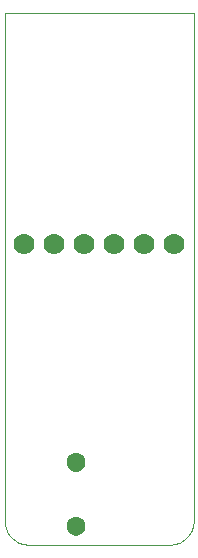
<source format=gbs>
G75*
G70*
%OFA0B0*%
%FSLAX24Y24*%
%IPPOS*%
%LPD*%
%AMOC8*
5,1,8,0,0,1.08239X$1,22.5*
%
%ADD10C,0.0000*%
%ADD11C,0.0631*%
%ADD12C,0.0700*%
D10*
X000160Y001700D02*
X000160Y018629D01*
X006459Y018629D01*
X006459Y001700D01*
X006457Y001646D01*
X006452Y001593D01*
X006443Y001540D01*
X006430Y001488D01*
X006414Y001436D01*
X006394Y001386D01*
X006371Y001338D01*
X006344Y001291D01*
X006315Y001246D01*
X006282Y001203D01*
X006247Y001163D01*
X006209Y001125D01*
X006169Y001090D01*
X006126Y001057D01*
X006081Y001028D01*
X006034Y001001D01*
X005986Y000978D01*
X005936Y000958D01*
X005884Y000942D01*
X005832Y000929D01*
X005779Y000920D01*
X005726Y000915D01*
X005672Y000913D01*
X005672Y000912D02*
X000947Y000912D01*
X000947Y000913D02*
X000893Y000915D01*
X000840Y000920D01*
X000787Y000929D01*
X000735Y000942D01*
X000683Y000958D01*
X000633Y000978D01*
X000585Y001001D01*
X000538Y001028D01*
X000493Y001057D01*
X000450Y001090D01*
X000410Y001125D01*
X000372Y001163D01*
X000337Y001203D01*
X000304Y001246D01*
X000275Y001291D01*
X000248Y001338D01*
X000225Y001386D01*
X000205Y001436D01*
X000189Y001488D01*
X000176Y001540D01*
X000167Y001593D01*
X000162Y001646D01*
X000160Y001700D01*
X002227Y001542D02*
X002229Y001576D01*
X002235Y001610D01*
X002245Y001643D01*
X002258Y001674D01*
X002276Y001704D01*
X002296Y001732D01*
X002320Y001757D01*
X002346Y001779D01*
X002374Y001797D01*
X002405Y001813D01*
X002437Y001825D01*
X002471Y001833D01*
X002505Y001837D01*
X002539Y001837D01*
X002573Y001833D01*
X002607Y001825D01*
X002639Y001813D01*
X002669Y001797D01*
X002698Y001779D01*
X002724Y001757D01*
X002748Y001732D01*
X002768Y001704D01*
X002786Y001674D01*
X002799Y001643D01*
X002809Y001610D01*
X002815Y001576D01*
X002817Y001542D01*
X002815Y001508D01*
X002809Y001474D01*
X002799Y001441D01*
X002786Y001410D01*
X002768Y001380D01*
X002748Y001352D01*
X002724Y001327D01*
X002698Y001305D01*
X002670Y001287D01*
X002639Y001271D01*
X002607Y001259D01*
X002573Y001251D01*
X002539Y001247D01*
X002505Y001247D01*
X002471Y001251D01*
X002437Y001259D01*
X002405Y001271D01*
X002374Y001287D01*
X002346Y001305D01*
X002320Y001327D01*
X002296Y001352D01*
X002276Y001380D01*
X002258Y001410D01*
X002245Y001441D01*
X002235Y001474D01*
X002229Y001508D01*
X002227Y001542D01*
X002227Y003668D02*
X002229Y003702D01*
X002235Y003736D01*
X002245Y003769D01*
X002258Y003800D01*
X002276Y003830D01*
X002296Y003858D01*
X002320Y003883D01*
X002346Y003905D01*
X002374Y003923D01*
X002405Y003939D01*
X002437Y003951D01*
X002471Y003959D01*
X002505Y003963D01*
X002539Y003963D01*
X002573Y003959D01*
X002607Y003951D01*
X002639Y003939D01*
X002669Y003923D01*
X002698Y003905D01*
X002724Y003883D01*
X002748Y003858D01*
X002768Y003830D01*
X002786Y003800D01*
X002799Y003769D01*
X002809Y003736D01*
X002815Y003702D01*
X002817Y003668D01*
X002815Y003634D01*
X002809Y003600D01*
X002799Y003567D01*
X002786Y003536D01*
X002768Y003506D01*
X002748Y003478D01*
X002724Y003453D01*
X002698Y003431D01*
X002670Y003413D01*
X002639Y003397D01*
X002607Y003385D01*
X002573Y003377D01*
X002539Y003373D01*
X002505Y003373D01*
X002471Y003377D01*
X002437Y003385D01*
X002405Y003397D01*
X002374Y003413D01*
X002346Y003431D01*
X002320Y003453D01*
X002296Y003478D01*
X002276Y003506D01*
X002258Y003536D01*
X002245Y003567D01*
X002235Y003600D01*
X002229Y003634D01*
X002227Y003668D01*
D11*
X002522Y003668D03*
X002522Y001542D03*
D12*
X002810Y010952D03*
X003810Y010952D03*
X004810Y010952D03*
X005810Y010952D03*
X001810Y010952D03*
X000810Y010952D03*
M02*

</source>
